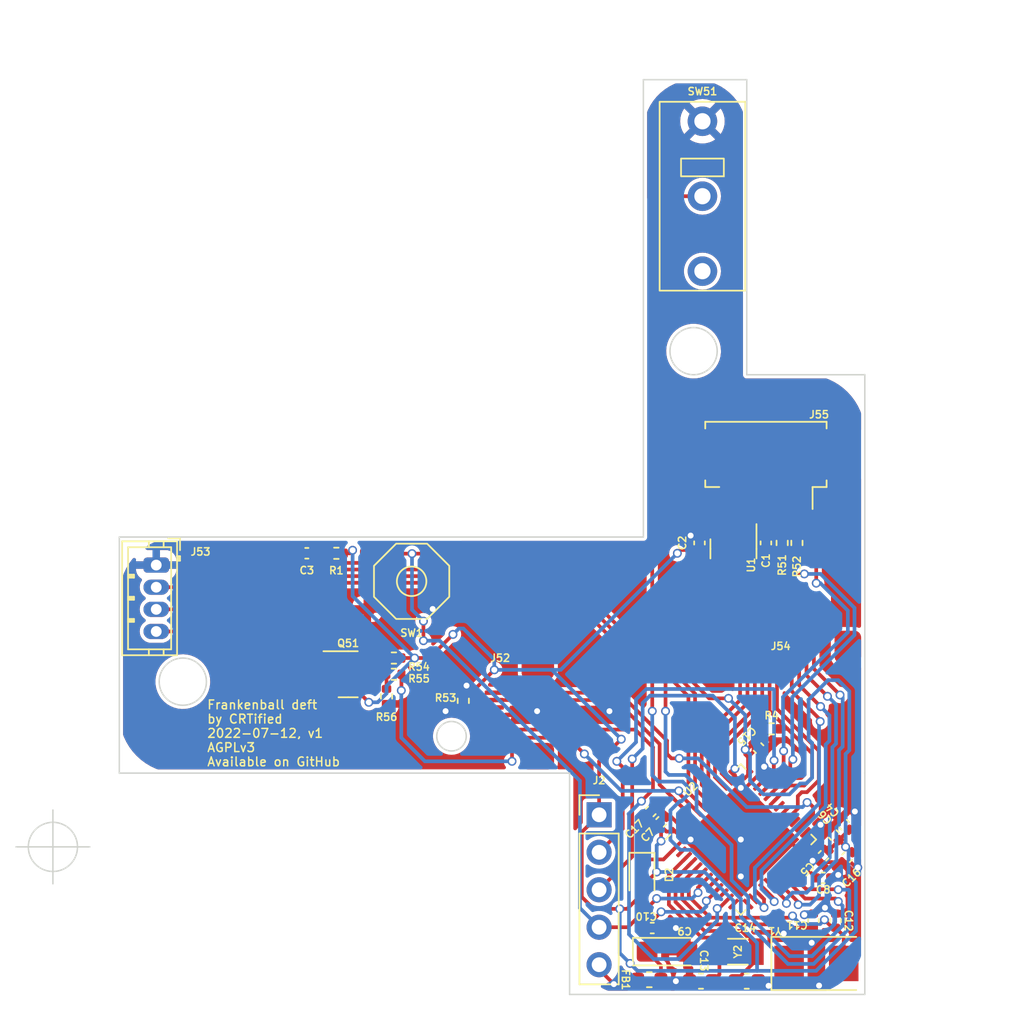
<source format=kicad_pcb>
(kicad_pcb (version 20211014) (generator pcbnew)
  (layers (0 "F.Cu" signal) (31 "B.Cu" signal) (34 "B.Paste" user) (35 "F.Paste" user) (36 "B.SilkS" user "B.Silkscreen") (37 "F.SilkS" user "F.Silkscreen") (38 "B.Mask" user) (39 "F.Mask" user) (44 "Edge.Cuts" user))
  (net 0 "")
  (net 1 "VCC")
  (net 2 "GND")
  (net 3 "+3V3")
  (net 4 "/STM32F411/~{RST}_{I}")
  (net 5 "Net-(C8-Pad1)")
  (net 6 "/STM32F411/VREF+")
  (net 7 "/STM32F411/XTAL_8M_1")
  (net 8 "/STM32F411/XTAL_8M_2")
  (net 9 "/STM32F411/XTAL_32K_1")
  (net 10 "/STM32F411/XTAL_32K_2")
  (net 11 "/STM32F411/VBAT_{I}")
  (net 12 "/STM32F411/PA13")
  (net 13 "/STM32F411/PA14")
  (net 14 "/STM32F411/PBu13")
  (net 15 "/STM32F411/PBu14")
  (net 16 "/STM32F411/PBu15")
  (net 17 "/STM32F411/PBu12")
  (net 18 "/STM32F411/PB0")
  (net 19 "/STM32F411/PB1")
  (net 20 "/STM32F411/PB2")
  (net 21 "/STM32F411/PB3")
  (net 22 "/STM32F411/PB4")
  (net 23 "/STM32F411/PA6")
  (net 24 "/STM32F411/PA7")
  (net 25 "/STM32F411/PB7")
  (net 26 "/STM32F411/PB8")
  (net 27 "/STM32F411/PA3")
  (net 28 "/STM32F411/PA4")
  (net 29 "/STM32F411/PA5")
  (net 30 "/STM32F411/PB6")
  (net 31 "/USB_DM")
  (net 32 "/USB_DP")
  (net 33 "/USB_SHIELD")
  (net 34 "/STM32F411/PA11")
  (net 35 "/STM32F411/PA12")
  (net 36 "/STM32F411/PC13")
  (net 37 "/STM32F411/PA0")
  (net 38 "/STM32F411/PA1")
  (net 39 "/STM32F411/PA2")
  (net 40 "/STM32F411/PB10")
  (net 41 "/STM32F411/PA8")
  (net 42 "/STM32F411/PA9")
  (net 43 "/STM32F411/PA10")
  (net 44 "/STM32F411/PA15")
  (net 45 "/STM32F411/PB5")
  (net 46 "/STM32F411/PB9")
  (net 48 "/~{CS}")
  (net 49 "Net-(Q51-Pad3)")
  (net 50 "/BOOT0")
  (footprint "Library:FFC Clamshell 0.5mm 12P" (layer "F.Cu") (at 199.3 136.9)
    (fp_text reference "J54")
    (fp_text value "Conn_01x12")
  )
  (footprint "Resistor_SMD:R_0402_1005Metric" (layer "F.Cu") (at 199.4 129.4 90)
    (fp_text reference "R51")
    (fp_text value "100Ω")
  )
  (footprint "Capacitor_SMD:C_0402_1005Metric" (layer "F.Cu") (at 191.2 148.3 45)
    (fp_text reference "C7")
    (fp_text value "100nF")
  )
  (footprint "Capacitor_SMD:C_0402_1005Metric" (layer "F.Cu") (at 202.18 152.1)
    (fp_text reference "C8")
    (fp_text value "4.7µF")
  )
  (footprint "Capacitor_SMD:C_0603_1608Metric" (layer "F.Cu") (at 197 159.1)
    (fp_text reference "C14")
    (fp_text value "10pF")
  )
  (footprint "Capacitor_SMD:C_0603_1608Metric" (layer "F.Cu") (at 193.9 159.1 180)
    (fp_text reference "C13")
    (fp_text value "10pF")
  )
  (footprint "Capacitor_SMD:C_0402_1005Metric" (layer "F.Cu") (at 197.8 143.3 -45)
    (fp_text reference "C15")
    (fp_text value "100nF")
  )
  (footprint "Capacitor_SMD:C_0402_1005Metric" (layer "F.Cu") (at 190.5 147.6 45)
    (fp_text reference "C17")
    (fp_text value "4.7uF")
  )
  (footprint "Resistor_SMD:R_0402_1005Metric" (layer "F.Cu") (at 172.6 139.8 90)
    (fp_text reference "R56")
    (fp_text value "10k")
  )
  (footprint "Resistor_SMD:R_0402_1005Metric" (layer "F.Cu") (at 173.1 137.2)
    (fp_text reference "R54")
    (fp_text value "10k")
  )
  (footprint "Crystal:Crystal_SMD_5032-2Pin_5.0x3.2mm" (layer "F.Cu") (at 201.72 157.9)
    (fp_text reference "Y1")
    (fp_text value "8MHz")
  )
  (footprint "Resistor_SMD:R_0402_1005Metric" (layer "F.Cu") (at 198.69 142 180)
    (fp_text reference "R4")
    (fp_text value "100k")
  )
  (footprint "Package_DFN_QFN:QFN-48-1EP_7x7mm_P0.5mm_EP5.6x5.6mm" (layer "F.Cu") (at 196.6 149.5 45)
    (fp_text reference "U2")
    (fp_text value "STM32F411CCUx")
  )
  (footprint "Diode_SMD:D_SOD-323" (layer "F.Cu") (at 189.9 151.9 -90)
    (fp_text reference "D2")
    (fp_text value "D_Schottky")
  )
  (footprint "Capacitor_SMD:C_0402_1005Metric" (layer "F.Cu") (at 202.9 149.2 135)
    (fp_text reference "C6")
    (fp_text value "100nF")
  )
  (footprint "hierarchical-blocks:TS-1187A-B-A-B" (layer "F.Cu") (at 174.3 132 180)
    (fp_text reference "SW1")
    (fp_text value "SW_Push")
  )
  (footprint "Inductor_SMD:L_0603_1608Metric" (layer "F.Cu") (at 190.4 159)
    (fp_text reference "FB1")
    (fp_text value "600Ω@100MHz")
  )
  (footprint "Library:FFC Clamshell 0.5mm 6P" (layer "F.Cu") (at 183.3 140.8 90)
    (fp_text reference "J52")
    (fp_text value "PWM3320")
  )
  (footprint "Connector_PinHeader_2.54mm:PinHeader_1x05_P2.54mm_Vertical" (layer "F.Cu") (at 187 147.825)
    (fp_text reference "J2")
    (fp_text value "Connector_Generic:Conn_01x05")
  )
  (footprint "Resistor_SMD:R_0402_1005Metric" (layer "F.Cu") (at 173.1 138.3 180)
    (fp_text reference "R55")
    (fp_text value "10k")
  )
  (footprint "Library:Mouse Microswitch SPDT" (layer "F.Cu") (at 194 105.9 -90)
    (fp_text reference "SW51")
    (fp_text value "SW_Push")
  )
  (footprint "Capacitor_SMD:C_0402_1005Metric" (layer "F.Cu") (at 167.2 130.1 180)
    (fp_text reference "C3")
    (fp_text value "100nF")
  )
  (footprint "Resistor_SMD:R_0402_1005Metric" (layer "F.Cu") (at 169.2 130.1 180)
    (fp_text reference "R1")
    (fp_text value "22kΩ")
  )
  (footprint "Capacitor_SMD:C_0402_1005Metric" (layer "F.Cu") (at 193.8 129.4 90)
    (fp_text reference "C2")
    (fp_text value "1µF")
  )
  (footprint "Capacitor_SMD:C_0402_1005Metric" (layer "F.Cu") (at 203.8 150.7 -135)
    (fp_text reference "C16")
    (fp_text value "100nF")
  )
  (footprint "Package_TO_SOT_SMD:SOT-23" (layer "F.Cu") (at 170 138.3)
    (fp_text reference "Q51")
    (fp_text value "AO3401A")
  )
  (footprint "Library:JST_ZH_B4B-ZR_1x04_P1.50mm_Vertical" (layer "F.Cu") (at 157 130.9 -90)
    (fp_text reference "J53")
    (fp_text value "Conn_01x04_Male")
  )
  (footprint "Resistor_SMD:R_0402_1005Metric" (layer "F.Cu") (at 177.8 140.1 -90)
    (fp_text reference "R53")
    (fp_text value "10k")
  )
  (footprint "Capacitor_SMD:C_0402_1005Metric" (layer "F.Cu") (at 201.52 155 90)
    (fp_text reference "C11")
    (fp_text value "22pF")
  )
  (footprint "Capacitor_SMD:C_0402_1005Metric" (layer "F.Cu") (at 202.2 150.6 -135)
    (fp_text reference "C5")
    (fp_text value "100nF")
  )
  (footprint "Package_TO_SOT_SMD:SOT-23" (layer "F.Cu") (at 196.1 129.8 -90)
    (fp_text reference "U1")
    (fp_text value "XC6206PxxxMR")
  )
  (footprint "Crystal:Crystal_SMD_3215-2Pin_3.2x1.5mm" (layer "F.Cu") (at 196.4 157.1 180)
    (fp_text reference "Y2")
    (fp_text value "32.768kHz")
  )
  (footprint "Resistor_SMD:R_0402_1005Metric" (layer "F.Cu") (at 200.4 129.4 90)
    (fp_text reference "R52")
    (fp_text value "100Ω")
  )
  (footprint "Capacitor_SMD:C_0402_1005Metric" (layer "F.Cu") (at 198.3 129.4 90)
    (fp_text reference "C1")
    (fp_text value "1µF")
  )
  (footprint "Connector_Molex:Molex_PicoBlade_53261-0571_1x05-1MP_P1.25mm_Horizontal" (layer "F.Cu") (at 198.3 123.9 180)
    (fp_text reference "J55")
    (fp_text value "Conn_01x05_Female")
  )
  (footprint "Capacitor_SMD:C_0402_1005Metric" (layer "F.Cu") (at 203.02 155 90)
    (fp_text reference "C12")
    (fp_text value "22pF")
  )
  (footprint "Capacitor_SMD:C_0402_1005Metric" (layer "F.Cu") (at 190.6 155.5)
    (fp_text reference "C10")
    (fp_text value "100nF")
  )
  (footprint "Capacitor_SMD:C_0402_1005Metric" (layer "F.Cu") (at 203.6 148.5 135)
    (fp_text reference "C4")
    (fp_text value "100nF")
  )
  (footprint "Capacitor_Tantalum_SMD:CP_EIA-3216-10_Kemet-I" (layer "F.Cu") (at 191.6 157.1)
    (fp_text reference "C9")
    (fp_text value "10µF")
  )
  (gr_line (start 190 98) (end 197 98) (layer "Edge.Cuts") (width 0.1))
  (gr_circle (center 193.4 116.4) (end 195 116.4) (layer "Edge.Cuts") (width 0.1) (fill none))
  (gr_line (start 205 160) (end 205 145) (layer "Edge.Cuts") (width 0.1))
  (gr_line (start 154.5 129) (end 190 129) (layer "Edge.Cuts") (width 0.1))
  (gr_line (start 190 129) (end 190 98) (layer "Edge.Cuts") (width 0.1))
  (gr_line (start 154.5 145) (end 154.5 129) (layer "Edge.Cuts") (width 0.1))
  (gr_line (start 205 118) (end 205 145) (layer "Edge.Cuts") (width 0.1))
  (gr_line (start 197 118) (end 205 118) (layer "Edge.Cuts") (width 0.1))
  (gr_circle (center 158.8 138.8) (end 160.4 138.8) (layer "Edge.Cuts") (width 0.1) (fill none))
  (gr_circle (center 177 142.5) (end 178 142.5) (layer "Edge.Cuts") (width 0.1) (fill none))
  (gr_line (start 185 160) (end 205 160) (layer "Edge.Cuts") (width 0.1))
  (gr_line (start 185 145) (end 154.5 145) (layer "Edge.Cuts") (width 0.1))
  (gr_line (start 185 145) (end 185 160) (layer "Edge.Cuts") (width 0.1))
  (gr_line (start 197 98) (end 197 118) (layer "Edge.Cuts") (width 0.1))
  (gr_text "Frankenball deft\nby CRTified\n2022-07-12, v1\nAGPLv3\nAvailable on GitHub" (at 160.4 142.3) (layer "F.SilkS") (effects (font (size 0.6 0.6) (thickness 0.1)) (justify left)))
  (target plus (at 150 150) (size 5) (width 0.1) (layer "Edge.Cuts"))
  (segment (start 197.4425 130.7375) (end 198.3 129.88) (width 0.25) (layer "F.Cu") (net 1))
  (segment (start 196.1 128) (end 196.1 130.7375) (width 0.25) (layer "F.Cu") (net 1))
  (segment (start 195.8 126.3) (end 195.8 127.7) (width 0.25) (layer "F.Cu") (net 1))
  (segment (start 195.8 127.7) (end 196.1 128) (width 0.25) (layer "F.Cu") (net 1))
  (segment (start 196.1 130.7375) (end 197.4425 130.7375) (width 0.25) (layer "F.Cu") (net 1))
  (segment (start 201.52 154.52) (end 201.9155 154.1245) (width 0.25) (layer "F.Cu") (net 2))
  (segment (start 177.8 139.59) (end 177.8 139.288232) (width 0.25) (layer "F.Cu") (net 2))
  (segment (start 198.139411 144.530011) (end 198.175675 144.566275) (width 0.25) (layer "F.Cu") (net 2))
  (segment (start 192.57833 148.660311) (end 193.418019 149.5) (width 0.25) (layer "F.Cu") (net 2))
  (segment (start 191.08 155.5) (end 192.2 155.5) (width 0.25) (layer "F.Cu") (net 2))
  (segment (start 204.039411 151.039411) (end 204.4 151.4) (width 0.25) (layer "F.Cu") (net 2))
  (segment (start 188 159.3) (end 187 158.3) (width 0.25) (layer "F.Cu") (net 2))
  (segment (start 202.760589 151.039411) (end 201.960589 151.039411) (width 0.25) (layer "F.Cu") (net 2))
  (segment (start 197.439689 145.47833) (end 196.918019 146) (width 0.25) (layer "F.Cu") (net 2))
  (segment (start 197.775 159.1) (end 198.167423 159.1) (width 0.25) (layer "F.Cu") (net 2))
  (segment (start 175.725 133.875) (end 177.3 133.875) (width 0.25) (layer "F.Cu") (net 2))
  (segment (start 200.98 154.52) (end 200.9 154.6) (width 0.25) (layer "F.Cu") (net 2))
  (segment (start 187 158.3) (end 187 157.985) (width 0.25) (layer "F.Cu") (net 2))
  (segment (start 201.52 154.52) (end 200.98 154.52) (width 0.25) (layer "F.Cu") (net 2))
  (segment (start 203.48 154.52) (end 203.825 154.175) (width 0.25) (layer "F.Cu") (net 2))
  (segment (start 177.8 139.288232) (end 178.020166 139.068066) (width 0.25) (layer "F.Cu") (net 2))
  (segment (start 196.918019 146) (end 196.6 146) (width 0.25) (layer "F.Cu") (net 2))
  (segment (start 198.167423 159.1) (end 198.48201 159.414587) (width 0.25) (layer "F.Cu") (net 2))
  (segment (start 203 152.1) (end 203.2 151.9) (width 0.25) (layer "F.Cu") (net 2))
  (segment (start 201.560589 151.039411) (end 201.460589 150.939411) (width 0.25) (layer "F.Cu") (net 2))
  (segment (start 203.2 151.3) (end 203.460589 151.039411) (width 0.25) (layer "F.Cu") (net 2))
  (segment (start 203.02 154.52) (end 203.48 154.52) (width 0.25) (layer "F.Cu") (net 2))
  (segment (start 203.02 154.52) (end 202.6245 154.1245) (width 0.25) (layer "F.Cu") (net 2))
  (segment (start 200.62167 150.32167) (end 200.2 149.9) (width 0.25) (layer "F.Cu") (net 2))
  (segment (start 204.4 151.4) (end 204.5245 151.4) (width 0.25) (layer "F.Cu") (net 2))
  (segment (start 191.539411 147.960589) (end 191.878608 147.960589) (width 0.25) (layer "F.Cu") (net 2))
  (segment (start 201.460589 150.939411) (end 201.221392 150.939411) (width 0.25) (layer "F.Cu") (net 2))
  (segment (start 202.66 152.1) (end 203 152.1) (width 0.25) (layer "F.Cu") (net 2))
  (segment (start 203.460589 151.039411) (end 204.039411 151.039411) (width 0.25) (layer "F.Cu") (net 2))
  (segment (start 196.6 149.5) (end 193.2 149.5) (width 0.25) (layer "F.Cu") (net 2))
  (segment (start 196.6 150.560661) (end 196.6 149.5) (width 0.25) (layer "F.Cu") (net 2))
  (segment (start 202.6245 154.1245) (end 202.3 154.1245) (width 0.25) (layer "F.Cu") (net 2))
  (segment (start 197.1075 128.92) (end 197.05 128.8625) (width 0.25) (layer "F.Cu") (net 2))
  (segment (start 203.460589 151.039411) (end 202.760589 151.039411) (width 0.25) (layer "F.Cu") (net 2))
  (segment (start 201.221392 150.939411) (end 200.62167 150.339689) (width 0.25) (layer "F.Cu") (net 2))
  (segment (start 196.6 149.5) (end 196.6 152) (width 0.25) (layer "F.Cu") (net 2))
  (segment (start 201.960589 151.039411) (end 201.860589 150.939411) (width 0.25) (layer "F.Cu") (net 2))
  (segment (start 198.3 128.92) (end 197.1075 128.92) (width 0.25) (layer "F.Cu") (net 2))
  (segment (start 194.699651 152.46101) (end 196.6 150.560661) (width 0.25) (layer "F.Cu") (net 2))
  (segment (start 171.3 133.875) (end 175.725 133.875) (width 0.25) (layer "F.Cu") (net 2))
  (segment (start 193.418019 149.5) (end 196.6 149.5) (width 0.25) (layer "F.Cu") (net 2))
  (segment (start 203.825 151.403822) (end 203.460589 151.039411) (width 0.25) (layer "F.Cu") (net 2))
  (segment (start 203.825 154.175) (end 203.825 151.403822) (width 0.25) (layer "F.Cu") (net 2))
  (segment (start 197.439689 145.47833) (end 198.175675 144.742344) (width 0.25) (layer "F.Cu") (net 2))
  (segment (start 198.139411 143.639411) (end 198.139411 144.530011) (width 0.25) (layer "F.Cu") (net 2))
  (segment (start 197.05 128.8625) (end 197.05 126.3) (width 0.25) (layer "F.Cu") (net 2))
  (segment (start 198.175675 144.742344) (end 198.175675 144.566275) (width 0.25) (layer "F.Cu") (net 2))
  (segment (start 202.760589 151.039411) (end 201.560589 151.039411) (width 0.25) (layer "F.Cu") (net 2))
  (segment (start 203.2 151.9) (end 203.2 151.3) (width 0.25) (layer "F.Cu") (net 2))
  (segment (start 201.9155 154.1245) (end 202.3 154.1245) (width 0.25) (layer "F.Cu") (net 2))
  (segment (start 191.878608 147.960589) (end 192.57833 148.660311) (width 0.25) (layer "F.Cu") (net 2))
  (segment (start 200.62167 150.339689) (end 200.62167 150.32167) (width 0.25) (layer "F.Cu") (net 2))
  (segment (start 201.860589 150.939411) (end 201.460589 150.939411) (width 0.25) (layer "F.Cu") (net 2))
  (via (at 192.2 159.1) (size 0.6) (drill 0.4) (layers "F.Cu" "B.Cu") (net 2))
  (via (at 198.48201 159.414587) (size 0.6) (drill 0.4) (layers "F.Cu" "B.Cu") (net 2))
  (via (at 178.020166 139.068066) (size 0.6) (drill 0.4) (layers "F.Cu" "B.Cu") (net 2))
  (via (at 193.2 128.9) (size 0.6) (drill 0.4) (layers "F.Cu" "B.Cu") (net 2))
  (via (at 182.8 140.8) (size 0.6) (drill 0.4) (layers "F.Cu" "B.Cu") (net 2))
  (via (at 201.9 159.4) (size 0.6) (drill 0.4) (layers "F.Cu" "B.Cu") (net 2))
  (via (at 188 159.3) (size 0.6) (drill 0.4) (layers "F.Cu" "B.Cu") (net 2))
  (via (at 202 148.5) (size 0.6) (drill 0.4) (layers "F.Cu" "B.Cu") (net 2))
  (via (at 199.508411 155.87402) (size 0.6) (drill 0.4) (layers "F.Cu" "B.Cu") (net 2))
  (via (at 175.725 133.875) (size 0.6) (drill 0.4) (layers "F.Cu" "B.Cu") (net 2))
  (via (at 196.6 149.5) (size 0.6) (drill 0.4) (layers "F.Cu" "B.Cu") (net 2))
  (via (at 201.4 156.5) (size 0.6) (drill 0.4) (layers "F.Cu" "B.Cu") (net 2))
  (via (at 192.2 155.5) (size 0.6) (drill 0.4) (layers "F.Cu" "B.Cu") (net 2))
  (via (at 176.6 140.8) (size 0.6) (drill 0.4) (layers "F.Cu" "B.Cu") (net 2))
  (via (at 201.460589 150.939411) (size 0.6) (drill 0.4) (layers "F.Cu" "B.Cu") (net 2))
  (via (at 187.7 140.8) (size 0.6) (drill 0.4) (layers "F.Cu" "B.Cu") (net 2))
  (via (at 196.6 146) (size 0.6) (drill 0.4) (layers "F.Cu" "B.Cu") (net 2))
  (via (at 204.5245 151.4) (size 0.6) (drill 0.4) (layers "F.Cu" "B.Cu") (net 2))
  (via (at 202.3 154.1245) (size 0.6) (drill 0.4) (layers "F.Cu" "B.Cu") (net 2))
  (via (at 204.3245 147.6) (size 0.6) (drill 0.4) (layers "F.Cu" "B.Cu") (net 2))
  (via (at 196.6 152) (size 0.6) (drill 0.4) (layers "F.Cu" "B.Cu") (net 2))
  (via (at 193.2 149.5) (size 0.6) (drill 0.4) (layers "F.Cu" "B.Cu") (net 2))
  (via (at 200.9 154.6) (size 0.6) (drill 0.4) (layers "F.Cu" "B.Cu") (net 2))
  (via (at 203.2 151.9) (size 0.6) (drill 0.4) (layers "F.Cu" "B.Cu") (net 2))
  (via (at 198.175675 144.566275) (size 0.6) (drill 0.4) (layers "F.Cu" "B.Cu") (net 2))
  (segment (start 202.945406 155.245406) (end 202.316792 155.87402) (width 0.25) (layer "B.Cu") (net 2))
  (segment (start 202.3 154.1245) (end 202.4245 154.1245) (width 0.25) (layer "B.Cu") (net 2))
  (segment (start 202.4245 154.1245) (end 202.945406 154.645406) (width 0.25) (layer "B.Cu") (net 2))
  (segment (start 202.945406 154.645406) (end 202.945406 155.245406) (width 0.25) (layer "B.Cu") (net 2))
  (segment (start 202.316792 155.87402) (end 199.508411 155.87402) (width 0.25) (layer "B.Cu") (net 2))
  (segment (start 196.9 143.4) (end 196.9 143.727728) (width 0.25) (layer "F.Cu") (net 3))
  (segment (start 178.75 140.55) (end 178.6 140.4) (width 0.25) (layer "F.Cu") (net 3))
  (segment (start 196.9 143.4) (end 197.021178 143.4) (width 0.25) (layer "F.Cu") (net 3))
  (segment (start 187 144.2) (end 188.5 142.7) (width 0.25) (layer "F.Cu") (net 3))
  (segment (start 169.0625 139.25) (end 170.45 139.25) (width 0.25) (layer "F.Cu") (net 3))
  (segment (start 191.2 149.6) (end 191.2 148.978822) (width 0.25) (layer "F.Cu") (net 3))
  (segment (start 169.71 130.1) (end 170.095633 130.1) (width 0.25) (layer "F.Cu") (net 3))
  (segment (start 189.6125 159) (end 189.6125 158.4125) (width 0.25) (layer "F.Cu") (net 3))
  (segment (start 179.9 140.55) (end 178.75 140.55) (width 0.25) (layer "F.Cu") (net 3))
  (segment (start 195.6 132.3) (end 199.2 132.3) (width 0.25) (layer "F.Cu") (net 3))
  (segment (start 198.18 142) (end 198.18 142.241178) (width 0.25) (layer "F.Cu") (net 3))
  (segment (start 194.455311 139.933171) (end 192.3 137.77786) (width 0.25) (layer "F.Cu") (net 3))
  (segment (start 173.61 137.2) (end 174.5 137.2) (width 0.25) (layer "F.Cu") (net 3))
  (segment (start 202.539411 150.260589) (end 202.539411 150.239411) (width 0.25) (layer "F.Cu") (net 3))
  (segment (start 197.086136 143.913864) (end 197.460589 143.539411) (width 0.25) (layer "F.Cu") (net 3))
  (segment (start 203.939411 148.839411) (end 203.239411 149.539411) (width 0.25) (layer "F.Cu") (net 3))
  (segment (start 203.239411 149.560589) (end 202.539411 150.260589) (width 0.25) (layer "F.Cu") (net 3))
  (segment (start 199.55 133.5) (end 199.55 132.784994) (width 0.25) (layer "F.Cu") (net 3))
  (segment (start 193.8 129.88) (end 194.92 129.88) (width 0.25) (layer "F.Cu") (net 3))
  (segment (start 174.5 137.2) (end 175.5 137.2) (width 0.25) (layer "F.Cu") (net 3))
  (segment (start 194.92 129.88) (end 195.15 129.65) (width 0.25) (layer "F.Cu") (net 3))
  (segment (start 191.558849 148.958849) (end 192.241152 148.958849) (width 0.25) (layer "F.Cu") (net 3))
  (segment (start 199.2 132.3) (end 199.55 132.65) (width 0.25) (layer "F.Cu") (net 3))
  (segment (start 195.15 131.85) (end 195.6 132.3) (width 0.25) (layer "F.Cu") (net 3))
  (segment (start 195.15 129.65) (end 195.15 128.8625) (width 0.25) (layer "F.Cu") (net 3))
  (segment (start 175.5 137.2) (end 177.1 135.6) (width 0.25) (layer "F.Cu") (net 3))
  (segment (start 178.6 140.4) (end 178.6 139.3) (width 0.25) (layer "F.Cu") (net 3))
  (segment (start 199.55 132.65) (end 199.55 133.5) (width 0.25) (layer "F.Cu") (net 3))
  (segment (start 202.539411 150.239411) (end 202.286136 149.986136) (width 0.25) (layer "F.Cu") (net 3))
  (segment (start 170.45 139.25) (end 171.4 140.2) (width 0.25) (layer "F.Cu") (net 3))
  (segment (start 170.095633 130.1) (end 170.301895 129.893738) (width 0.25) (layer "F.Cu") (net 3))
  (segment (start 189.9 152.95) (end 189.9 153.2) (width 0.25) (layer "F.Cu") (net 3))
  (segment (start 189.9 152.7) (end 190.9 151.7) (width 0.25) (layer "F.Cu") (net 3))
  (segment (start 189.9 153.2) (end 188.9 154.2) (width 0.25) (layer "F.Cu") (net 3))
  (segment (start 197.460589 142.960589) (end 197.460589 143.539411) (width 0.25) (layer "F.Cu") (net 3))
  (segment (start 185.825489 153.391499) (end 185.825489 148.999511) (width 0.25) (layer "F.Cu") (net 3))
  (segment (start 188.4 154.2) (end 186.63399 154.2) (width 0.25) (layer "F.Cu") (net 3))
  (segment (start 204.060589 150.360589) (end 203.7 150) (width 0.25) (layer "F.Cu") (net 3))
  (segment (start 187 147.825) (end 187 144.2) (width 0.25) (layer "F.Cu") (net 3))
  (segment (start 190.160589 147.939411) (end 190.860589 148.639411) (width 0.25) (layer "F.Cu") (net 3))
  (segment (start 198.18 142.241178) (end 197.460589 142.960589) (width 0.25) (layer "F.Cu") (net 3))
  (segment (start 189.9 152.95) (end 189.9 152.7) (width 0.25) (layer "F.Cu") (net 3))
  (segment (start 197.086136 145.124777) (end 197.086136 143.913864) (width 0.25) (layer "F.Cu") (net 3))
  (segment (start 192.3 137.77786) (end 192.3 131.38) (width 0.25) (layer "F.Cu") (net 3))
  (segment (start 191.239411 148.639411) (end 191.558849 148.958849) (width 0.25) (layer "F.Cu") (net 3))
  (segment (start 192.3 131.38) (end 193.8 129.88) (width 0.25) (layer "F.Cu") (net 3))
  (segment (start 192.52 129.88) (end 192.3 130.1) (width 0.25) (layer "F.Cu") (net 3))
  (segment (start 203.7 150) (end 203.239411 149.539411) (width 0.25) (layer "F.Cu") (net 3))
  (segment (start 190.860589 148.639411) (end 191.239411 148.639411) (width 0.25) (layer "F.Cu") (net 3))
  (segment (start 186.63399 154.2) (end 185.825489 153.391499) (width 0.25) (layer "F.Cu") (net 3))
  (segment (start 195.15 128.8625) (end 195.15 131.85) (width 0.25) (layer "F.Cu") (net 3))
  (segment (start 193.8 129.88) (end 192.52 129.88) (width 0.25) (layer "F.Cu") (net 3))
  (segment (start 191.2 148.978822) (end 190.860589 148.639411) (width 0.25) (layer "F.Cu") (net 3))
  (segment (start 204.139411 150.360589) (end 204.060589 150.360589) (width 0.25) (layer "F.Cu") (net 3))
  (segment (start 196.9 143.727728) (end 197.086136 143.913864) (width 0.25) (layer "F.Cu") (net 3))
  (segment (start 200.975223 149.986136) (end 202.286136 149.986136) (width 0.25) (layer "F.Cu") (net 3))
  (segment (start 195.766829 139.933171) (end 194.455311 139.933171) (width 0.25) (layer "F.Cu") (net 3))
  (segment (start 178.6 139.3) (end 179.9 138) (width 0.25) (layer "F.Cu") (net 3))
  (segment (start 185.825489 148.999511) (end 187 147.825) (width 0.25) (layer "F.Cu") (net 3))
  (segment (start 189.6125 158.4125) (end 189.1 157.9) (width 0.25) (layer "F.Cu") (net 3))
  (segment (start 197.021178 143.4) (end 197.460589 142.960589) (width 0.25) (layer "F.Cu") (net 3))
  (segment (start 203.239411 149.539411) (end 203.239411 149.560589) (width 0.25) (layer "F.Cu") (net 3))
  (segment (start 188.9 154.2) (end 188.4 154.2) (width 0.25) (layer "F.Cu") (net 3))
  (via (at 174.5 137.2) (size 0.6) (drill 0.4) (layers "F.Cu" "B.Cu") (net 3))
  (via (at 171.4 140.2) (size 0.6) (drill 0.4) (layers "F.Cu" "B.Cu") (net 3))
  (via (at 188.4 154.2) (size 0.6) (drill 0.4) (layers "F.Cu" "B.Cu") (net 3))
  (via (at 195.766829 139.933171) (size 0.6) (drill 0.4) (layers "F.Cu" "B.Cu") (net 3))
  (via (at 190.9 151.7) (size 0.6) (drill 0.4) (layers "F.Cu" "B.Cu") (net 3))
  (via (at 188.5 142.7) (size 0.6) (drill 0.4) (layers "F.Cu" "B.Cu") (net 3))
  (via (at 170.301895 129.893738) (size 0.6) (drill 0.4) (layers "F.Cu" "B.Cu") (net 3))
  (via (at 179.9 138) (size 0.6) (drill 0.4) (layers "F.Cu" "B.Cu") (net 3))
  (via (at 192.3 130.1) (size 0.6) (drill 0.4) (layers "F.Cu" "B.Cu") (net 3))
  (via (at 203.7 150) (size 0.6) (drill 0.4) (layers "F.Cu" "B.Cu") (net 3))
  (via (at 196.9 143.4) (size 0.6) (drill 0.4) (layers "F.Cu" "B.Cu") (net 3))
  (via (at 177.1 135.6) (size 0.6) (drill 0.4) (layers "F.Cu" "B.Cu") (net 3))
  (via (at 189.1 157.9) (size 0.6) (drill 0.4) (layers "F.Cu" "B.Cu") (net 3))
  (via (at 191.2 149.6) (size 0.6) (drill 0.4) (layers "F.Cu" "B.Cu") (net 3))
  (segment (start 188.4 157.2) (end 188.4 154.2) (width 0.25) (layer "B.Cu") (net 3))
  (segment (start 197.225 143.725) (end 196.9 143.4) (width 0.25) (layer "B.Cu") (net 3))
  (segment (start 177.5 135.2) (end 177.8 135.2) (width 0.25) (layer "B.Cu") (net 3))
  (segment (start 172 140.2) (end 172.6 139.6) (width 0.25) (layer "B.Cu") (net 3))
  (segment (start 188.5 142.7) (end 183.8 138) (width 0.25) (layer "B.Cu") (net 3))
  (segment (start 201.430263 145.304476) (end 201.034739 145.7) (width 0.25) (layer "B.Cu") (net 3))
  (segment (start 201.192756 142.723449) (end 201.430263 142.960956) (width 0.25) (layer "B.Cu") (net 3))
  (segment (start 203.7 150) (end 203.7 143.7) (width 0.25) (layer "B.Cu") (net 3))
  (segment (start 201.430263 142.960956) (end 201.430263 145.304476) (width 0.25) (layer "B.Cu") (net 3))
  (segment (start 197.225 145.525) (end 197.225 143.725) (width 0.25) (layer "B.Cu") (net 3))
  (segment (start 170.301895 133.001895) (end 174.5 137.2) (width 0.25) (layer "B.Cu") (net 3))
  (segment (start 201.7 158.4) (end 204.4 155.7) (width 0.25) (layer "B.Cu") (net 3))
  (segment (start 183.8 138) (end 179.9 138) (width 0.25) (layer "B.Cu") (net 3))
  (segment (start 203.7 143.7) (end 203.95 143.45) (width 0.25) (layer "B.Cu") (net 3))
  (segment (start 194.143324 151.7) (end 190.9 151.7) (width 0.25) (layer "B.Cu") (net 3))
  (segment (start 177.1 135.6) (end 177.5 135.2) (width 0.25) (layer "B.Cu") (net 3))
  (segment (start 199.888271 146.440213) (end 200.628484 145.7) (width 0.25) (layer "B.Cu") (net 3))
  (segment (start 201.192756 140.037662) (end 201.192756 142.723449) (width 0.25) (layer "B.Cu") (net 3))
  (segment (start 171.4 140.2) (end 172 140.2) (width 0.25) (layer "B.Cu") (net 3))
  (segment (start 204.4 152.4) (end 203.9 151.9) (width 0.25) (layer "B.Cu") (net 3))
  (segment (start 189.6 158.4) (end 189.1 157.9) (width 0.25) (layer "B.Cu") (net 3))
  (segment (start 197.7 158.4) (end 201.7 158.4) (width 0.25) (layer "B.Cu") (net 3))
  (segment (start 190.9 149.9) (end 191.2 149.6) (width 0.25) (layer "B.Cu") (net 3))
  (segment (start 201.182141 140.027047) (end 201.192756 140.037662) (width 0.25) (layer "B.Cu") (net 3))
  (segment (start 179.9 137.3) (end 179.9 138) (width 0.25) (layer "B.Cu") (net 3))
  (segment (start 199.888271 146.440213) (end 198.140213 146.440213) (width 0.25) (layer "B.Cu") (net 3))
  (segment (start 197.7 158.4) (end 189.6 158.4) (width 0.25) (layer "B.Cu") (net 3))
  (segment (start 203.9 151.9) (end 203.9 150.2) (width 0.25) (layer "B.Cu") (net 3))
  (segment (start 184.4 138) (end 183.8 138) (width 0.25) (layer "B.Cu") (net 3))
  (segment (start 196.1 153.656676) (end 194.143324 151.7) (width 0.25) (layer "B.Cu") (net 3))
  (segment (start 170.301895 129.893738) (end 170.301895 133.001895) (width 0.25) (layer "B.Cu") (net 3))
  (segment (start 201.034739 145.7) (end 200.628484 145.7) (width 0.25) (layer "B.Cu") (net 3))
  (segment (start 192.3 130.1) (end 184.4 138) (width 0.25) (layer "B.Cu") (net 3))
  (segment (start 203.95 139.45) (end 203.2 138.7) (width 0.25) (layer "B.Cu") (net 3))
  (segment (start 203.2 138.7) (end 202.509188 138.7) (width 0.25) (layer "B.Cu") (net 3))
  (segment (start 177.8 135.2) (end 179.9 137.3) (width 0.25) (layer "B.Cu") (net 3))
  (segment (start 197.7 158.4) (end 197.7 156.5) (width 0.25) (layer "B.Cu") (net 3))
  (segment (start 197.7 156.5) (end 196.1 154.9) (width 0.25) (layer "B.Cu") (net 3))
  (segment (start 204.4 155.7) (end 204.4 152.4) (width 0.25) (layer "B.Cu") (net 3))
  (segment (start 189.1 157.9) (end 188.4 157.2) (width 0.25) (layer "B.Cu") (net 3))
  (segment (start 203.95 143.45) (end 203.95 139.45) (width 0.25) (layer "B.Cu") (net 3))
  (segment (start 190.9 151.7) (end 190.9 149.9) (width 0.25) (layer "B.Cu") (net 3))
  (segment (start 203.9 150.2) (end 203.7 150) (width 0.25) (layer "B.Cu") (net 3))
  (segment (start 196.9 143.4) (end 196.9 141.066342) (width 0.25) (layer "B.Cu") (net 3))
  (segment (start 172.6 139.1) (end 174.5 137.2) (width 0.25) (layer "B.Cu") (net 3))
  (segment (start 196.9 141.066342) (end 195.766829 139.933171) (width 0.25) (layer "B.Cu") (net 3))
  (segment (start 202.509188 138.7) (end 201.182141 140.027047) (width 0.25) (layer "B.Cu") (net 3))
  (segment (start 172.6 139.6) (end 172.6 139.1) (width 0.25) (layer "B.Cu") (net 3))
  (segment (start 198.140213 146.440213) (end 197.225 145.525) (width 0.25) (layer "B.Cu") (net 3))
  (segment (start 196.1 154.9) (end 196.1 153.656676) (width 0.25) (layer "B.Cu") (net 3))
  (segment (start 188.955 155.445) (end 190.9 153.5) (width 0.25) (layer "F.Cu") (net 4))
  (segment (start 193.7 152.753553) (end 193.7 153.1) (width 0.25) (layer "F.Cu") (net 4))
  (segment (start 168.69 130.1) (end 168.69 130.39) (width 0.25) (layer "F.Cu") (net 4))
  (segment (start 168.69 130.39) (end 169.05144 130.75144) (width 0.25) (layer "F.Cu") (net 4))
  (segment (start 167.68 130.1) (end 168.69 130.1) (width 0.25) (layer "F.Cu") (net 4))
  (segment (start 187 155.445) (end 188.955 155.445) (width 0.25) (layer "F.Cu") (net 4))
  (segment (start 194.346097 152.107456) (end 193.7 152.753553) (width 0.25) (layer "F.Cu") (net 4))
  (segment (start 171.3 130.125) (end 177.3 130.125) (width 0.25) (layer "F.Cu") (net 4))
  (segment (start 175.1 134.7) (end 175.1 136.024989) (width 0.25) (layer "F.Cu") (net 4))
  (segment (start 169.05144 130.75144) (end 170.94856 130.75144) (width 0.25) (layer "F.Cu") (net 4))
  (segment (start 170.94856 130.75144) (end 171.3 130.4) (width 0.25) (layer "F.Cu") (net 4))
  (segment (start 171.3 130.4) (end 171.3 130.125) (width 0.25) (layer "F.Cu") (net 4))
  (via (at 190.9 153.5) (size 0.6) (drill 0.4) (layers "F.Cu" "B.Cu") (net 4))
  (via (at 175.1 134.7) (size 0.6) (drill 0.4) (layers "F.Cu" "B.Cu") (net 4))
  (via (at 193.7 153.1) (size 0.6) (drill 0.4) (layers "F.Cu" "B.Cu") (net 4))
  (via (at 174.325 130.125) (size 0.6) (drill 0.4) (layers "F.Cu" "B.Cu") (net 4))
  (via (at 175.1 136.024989) (size 0.6) (drill 0.4) (layers "F.Cu" "B.Cu") (net 4))
  (segment (start 174.325 133.925) (end 175.1 134.7) (width 0.25) (layer "B.Cu") (net 4))
  (segment (start 175.1 136.024989) (end 176.201793 136.024989) (width 0.25) (layer "B.Cu") (net 4))
  (segment (start 174.325 130.125) (end 174.325 133.925) (width 0.25) (layer "B.Cu") (net 4))
  (segment (start 193.7 153.1) (end 193.3 153.5) (width 0.25) (layer "B.Cu") (net 4))
  (segment (start 185.7 145.523196) (end 185.7 154.145) (width 0.25) (layer "B.Cu") (net 4))
  (segment (start 176.201793 136.024989) (end 185.7 145.523196) (width 0.25) (layer "B.Cu") (net 4))
  (segment (start 193.3 153.5) (end 190.9 153.5) (width 0.25) (layer "B.Cu") (net 4))
  (segment (start 185.7 154.145) (end 187 155.445) (width 0.25) (layer "B.Cu") (net 4))
  (segment (start 200.293243 150.693243) (end 201.7 152.1) (width 0.25) (layer "F.Cu") (net 5))
  (segment (start 200.268116 150.693243) (end 200.293243 150.693243) (width 0.25) (layer "F.Cu") (net 5))
  (segment (start 191.21307 154.4) (end 191.2 154.4) (width 0.25) (layer "F.Cu") (net 6))
  (segment (start 190.25 155.63) (end 190.12 155.5) (width 0.25) (layer "F.Cu") (net 6))
  (segment (start 195.053204 152.877463) (end 194.265326 153.665341) (width 0.25) (layer "F.Cu") (net 6))
  (segment (start 190.12 155.49307) (end 191.21307 154.4) (width 0.25) (layer "F.Cu") (net 6))
  (segment (start 191.1875 158.0375) (end 190.25 157.1) (width 0.25) (layer "F.Cu") (net 6))
  (segment (start 191.1875 159) (end 191.1875 158.0375) (width 0.25) (layer "F.Cu") (net 6))
  (segment (start 190.25 157.1) (end 190.25 155.63) (width 0.25) (layer "F.Cu") (net 6))
  (segment (start 195.053204 152.814563) (end 195.053204 152.877463) (width 0.25) (layer "F.Cu") (net 6))
  (via (at 191.2 154.4) (size 0.6) (drill 0.4) (layers "F.Cu" "B.Cu") (net 6))
  (via (at 194.265326 153.665341) (size 0.6) (drill 0.4) (layers "F.Cu" "B.Cu") (net 6))
  (segment (start 191.2 154.4) (end 193.9 154.4) (width 0.25) (layer "B.Cu") (net 6))
  (segment (start 194.265326 153.665341) (end 194.265326 154.034674) (width 0.25) (layer "B.Cu") (net 6))
  (segment (start 194.265326 154.034674) (end 193.9 154.4) (width 0.25) (layer "B.Cu") (net 6))
  (segment (start 194.33061 155.24952) (end 192.625969 153.544879) (width 0.25) (layer "F.Cu") (net 7))
  (segment (start 192.625969 152.41337) (end 193.63899 151.400349) (width 0.25) (layer "F.Cu") (net 7))
  (segment (start 200.08 155.48) (end 199.84952 155.24952) (width 0.25) (layer "F.Cu") (net 7))
  (segment (start 201.52 155.48) (end 199.87 157.13) (width 0.25) (layer "F.Cu") (net 7))
  (segment (start 199.84952 155.24952) (end 194.33061 155.24952) (width 0.25) (layer "F.Cu") (net 7))
  (segment (start 199.87 157.13) (end 199.87 157.9) (width 0.25) (layer "F.Cu") (net 7))
  (segment (start 201.52 155.48) (end 200.08 155.48) (width 0.25) (layer "F.Cu") (net 7))
  (segment (start 192.625969 153.544879) (end 192.625969 152.41337) (width 0.25) (layer "F.Cu") (net 7))
  (segment (start 200.104453 154.679423) (end 199.983876 154.8) (width 0.25) (layer "F.Cu") (net 8))
  (segment (start 203.02 155.48) (end 202.80523 155.48) (width 0.25) (layer "F.Cu") (net 8))
  (segment (start 203.57 156.03) (end 203.02 155.48) (width 0.25) (layer "F.Cu") (net 8))
  (segment (start 202.80523 155.48) (end 202.265038 154.939808) (width 0.25) (layer "F.Cu") (net 8))
  (segment (start 193.075489 153.358682) (end 193.075489 152.670958) (width 0.25) (layer "F.Cu") (net 8))
  (segment (start 199.983876 154.8) (end 194.516807 154.8) (width 0.25) (layer "F.Cu") (net 8))
  (segment (start 203.57 157.9) (end 203.57 156.03) (width 0.25) (layer "F.Cu") (net 8))
  (segment (start 194.516807 154.8) (end 193.075489 153.358682) (width 0.25) (layer "F.Cu") (net 8))
  (segment (start 193.075489 152.670958) (end 193.992544 151.753903) (width 0.25) (layer "F.Cu") (net 8))
  (via (at 200.104453 154.679423) (size 0.6) (drill 0.4) (layers "F.Cu" "B.Cu") (net 8))
  (via (at 202.265038 154.939808) (size 0.6) (drill 0.4) (layers "F.Cu" "B.Cu") (net 8))
  (segment (start 202.265038 154.939808) (end 201.979846 155.225) (width 0.25) (layer "B.Cu") (net 8))
  (segment (start 200.625 155.225) (end 200.104453 154.704453) (width 0.25) (layer "B.Cu") (net 8))
  (segment (start 200.104453 154.704453) (end 200.104453 154.679423) (width 0.25) (layer "B.Cu") (net 8))
  (segment (start 201.979846 155.225) (end 200.625 155.225) (width 0.25) (layer "B.Cu") (net 8))
  (segment (start 193.958215 156.14856) (end 191.726929 153.917273) (width 0.25) (layer "F.Cu") (net 9))
  (segment (start 195.15 157.1) (end 195.15 156.45) (width 0.25) (layer "F.Cu") (net 9))
  (segment (start 194.84856 156.14856) (end 193.958215 156.14856) (width 0.25) (layer "F.Cu") (net 9))
  (segment (start 195.15 156.45) (end 194.84856 156.14856) (width 0.25) (layer "F.Cu") (net 9))
  (segment (start 194.675 159.1) (end 194.7 159.1) (width 0.25) (layer "F.Cu") (net 9))
  (segment (start 195.15 158.65) (end 195.15 157.1) (width 0.25) (layer "F.Cu") (net 9))
  (segment (start 191.726929 151.898198) (end 192.931884 150.693243) (width 0.25) (layer "F.Cu") (net 9))
  (segment (start 194.7 159.1) (end 195.15 158.65) (width 0.25) (layer "F.Cu") (net 9))
  (segment (start 191.726929 153.917273) (end 191.726929 151.898198) (width 0.25) (layer "F.Cu") (net 9))
  (segment (start 197.65 157.1) (end 197.65 156.7) (width 0.25) (layer "F.Cu") (net 10))
  (segment (start 196.64904 155.69904) (end 194.144413 155.69904) (width 0.25) (layer "F.Cu") (net 10))
  (segment (start 192.176449 153.731076) (end 192.176449 152.155784) (width 0.25) (layer "F.Cu") (net 10))
  (segment (start 197.65 156.7) (end 196.64904 155.69904) (width 0.25) (layer "F.Cu") (net 10))
  (segment (start 197.65 157.675) (end 197.65 157.1) (width 0.25) (layer "F.Cu") (net 10))
  (segment (start 196.225 159.1) (end 197.65 157.675) (width 0.25) (layer "F.Cu") (net 10))
  (segment (start 192.176449 152.155784) (end 193.285437 151.046796) (width 0.25) (layer "F.Cu") (net 10))
  (segment (start 194.144413 155.69904) (end 192.176449 153.731076) (width 0.25) (layer "F.Cu") (net 10))
  (segment (start 189.9 150.85) (end 191.360913 150.85) (width 0.25) (layer "F.Cu") (net 11))
  (segment (start 191.360913 150.85) (end 192.224777 149.986136) (width 0.25) (layer "F.Cu") (net 11))
  (segment (start 198.833411 144.156125) (end 198.833411 144.5661) (width 0.25) (layer "F.Cu") (net 12))
  (segment (start 188.6 144.6) (end 188.2 144.2) (width 0.25) (layer "F.Cu") (net 12))
  (segment (start 198.851081 144.138455) (end 198.833411 144.156125) (width 0.25) (layer "F.Cu") (net 12))
  (segment (start 197.793243 145.831884) (end 198.8339 144.791227) (width 0.25) (layer "F.Cu") (net 12))
  (segment (start 198.8339 144.791227) (end 198.8339 144.399729) (width 0.25) (layer "F.Cu") (net 12))
  (segment (start 187 150.365) (end 188.6 148.765) (width 0.25) (layer "F.Cu") (net 12))
  (segment (start 188.6 148.765) (end 188.6 144.6) (width 0.25) (layer "F.Cu") (net 12))
  (via (at 198.851081 144.138455) (size 0.6) (drill 0.4) (layers "F.Cu" "B.Cu") (net 12))
  (via (at 188.2 144.2) (size 0.6) (drill 0.4) (layers "F.Cu" "B.Cu") (net 12))
  (segment (start 189.5 140) (end 190.2 139.3) (width 0.25) (layer "B.Cu") (net 12))
  (segment (start 188.2 144.2) (end 189.5 142.9) (width 0.25) (layer "B.Cu") (net 12))
  (segment (start 198.8 139.3) (end 198.851081 139.351081) (width 0.25) (layer "B.Cu") (net 12))
  (segment (start 198.851081 139.351081) (end 198.851081 144.138455) (width 0.25) (layer "B.Cu") (net 12))
  (segment (start 190.2 139.3) (end 198.8 139.3) (width 0.25) (layer "B.Cu") (net 12))
  (segment (start 189.5 142.9) (end 189.5 140) (width 0.25) (layer "B.Cu") (net 12))
  (segment (start 196.113864 144.786136) (end 196.2 144.7) (width 0.25) (layer "F.Cu") (net 13))
  (segment (start 189.241589 150.663411) (end 189.241589 144.041589) (width 0.25) (layer "F.Cu") (net 13))
  (segment (start 196.113864 145.124777) (end 196.113864 144.786136) (width 0.25) (layer "F.Cu") (net 13))
  (segment (start 187 152.905) (end 189.241589 150.663411) (width 0.25) (layer "F.Cu") (net 13))
  (segment (start 196.113864 145.124777) (end 196.202959 145.124777) (width 0.25) (layer "F.Cu") (net 13))
  (via (at 189.241589 144.041589) (size 0.6) (drill 0.4) (layers "F.Cu" "B.Cu") (net 13))
  (via (at 196.2 144.7) (size 0.6) (drill 0.4) (layers "F.Cu" "B.Cu") (net 13))
  (segment (start 190.45048 139.74952) (end 189.94952 140.25048) (width 0.25) (layer "B.Cu") (net 13))
  (segment (start 189.94952 143.333658) (end 189.241589 144.041589) (width 0.25) (layer "B.Cu") (net 13))
  (segment (start 189.94952 140.25048) (end 189.94952 143.333658) (width 0.25) (layer "B.Cu") (net 13))
  (segment (start 194.7 139.74952) (end 190.45048 139.74952) (width 0.25) (layer "B.Cu") (net 13))
  (segment (start 196.2 144.7) (end 196.2 141.24952) (width 0.25) (layer "B.Cu") (net 13))
  (segment (start 196.2 141.24952) (end 194.7 139.74952) (width 0.25) (layer "B.Cu") (net 13))
  (segment (start 201.5 147.3) (end 201.190213 146.990213) (width 0.25) (layer "F.Cu") (net 14))
  (segment (start 201.5 147.3) (end 201.5 147.781981) (width 0.25) (layer "F.Cu") (net 14))
  (segment (start 191.6 143.7) (end 191.9 144) (width 0.25) (layer "F.Cu") (net 14))
  (segment (start 191.6 142.8) (end 191.6 143.7) (width 0.25) (layer "F.Cu") (net 14))
  (segment (start 201.190213 146.990213) (end 201.090213 146.990213) (width 0.25) (layer "F.Cu") (net 14))
  (segment (start 188.35 139.55) (end 191.6 142.8) (width 0.25) (layer "F.Cu") (net 14))
  (segment (start 179.9 139.55) (end 188.35 139.55) (width 0.25) (layer "F.Cu") (net 14))
  (segment (start 201.5 147.781981) (end 200.62167 148.660311) (width 0.25) (layer "F.Cu") (net 14))
  (segment (start 191.9 144) (end 192.4255 144) (width 0.25) (layer "F.Cu") (net 14))
  (via (at 201.090213 146.990213) (size 0.6) (drill 0.4) (layers "F.Cu" "B.Cu") (net 14))
  (via (at 192.4255 144) (size 0.6) (drill 0.4) (layers "F.Cu" "B.Cu") (net 14))
  (segment (start 193.7 144) (end 197 147.3) (width 0.25) (layer "B.Cu") (net 14))
  (segment (start 197 147.3) (end 200.780426 147.3) (width 0.25) (layer "B.Cu") (net 14))
  (segment (start 192.4255 144) (end 193.7 144) (width 0.25) (layer "B.Cu") (net 14))
  (segment (start 200.780426 147.3) (end 201.090213 146.990213) (width 0.25) (layer "B.Cu") (net 14))
  (segment (start 201.880263 143.480263) (end 201.880263 145.490872) (width 0.25) (layer "F.Cu") (net 16))
  (segment (start 200.459619 146.559619) (end 200.45962 147.408147) (width 0.25) (layer "F.Cu") (net 16))
  (segment (start 199.05 133.5) (end 199.05 140.65) (width 0.25) (layer "F.Cu") (net 16))
  (segment (start 199.05 140.65) (end 201.880263 143.480263) (width 0.25) (layer "F.Cu") (net 16))
  (segment (start 200.727817 146.291421) (end 200.459619 146.559619) (width 0.25) (layer "F.Cu") (net 16))
  (segment (start 201.079714 146.291421) (end 200.727817 146.291421) (width 0.25) (layer "F.Cu") (net 16))
  (segment (start 200.45962 147.408147) (end 199.914563 147.953204) (width 0.25) (layer "F.Cu") (net 16))
  (segment (start 201.880263 145.490872) (end 201.079714 146.291421) (width 0.25) (layer "F.Cu") (net 16))
  (segment (start 200.486256 153.739809) (end 200.486256 153.915881) (width 0.25) (layer "F.Cu") (net 18))
  (segment (start 201.55 133.5) (end 201.55 137.933178) (width 0.25) (layer "F.Cu") (net 18))
  (segment (start 201.55 137.933178) (end 203.321161 139.704339) (width 0.25) (layer "F.Cu") (net 18))
  (segment (start 198.853903 152.107456) (end 200.486256 153.739809) (width 0.25) (layer "F.Cu") (net 18))
  (via (at 203.321161 139.704339) (size 0.6) (drill 0.4) (layers "F.Cu" "B.Cu") (net 18))
  (via (at 200.486256 153.915881) (size 0.6) (drill 0.4) (layers "F.Cu" "B.Cu") (net 18))
  (segment (start 203.075 148.675) (end 203.075 150.925) (width 0.25) (layer "B.Cu") (net 18))
  (segment (start 203.25 143.45) (end 203.25 148.5) (width 0.25) (layer "B.Cu") (net 18))
  (segment (start 203.25 148.5) (end 203.075 148.675) (width 0.25) (layer "B.Cu") (net 18))
  (segment (start 201.9 153.3) (end 201.284119 153.915881) (width 0.25) (layer "B.Cu") (net 18))
  (segment (start 201.9 152.1) (end 201.9 153.3) (width 0.25) (layer "B.Cu") (net 18))
  (segment (start 201.284119 153.915881) (end 200.486256 153.915881) (width 0.25) (layer "B.Cu") (net 18))
  (segment (start 203.5 139.883178) (end 203.5 143.2) (width 0.25) (layer "B.Cu") (net 18))
  (segment (start 203.075 150.925) (end 201.9 152.1) (width 0.25) (layer "B.Cu") (net 18))
  (segment (start 203.5 143.2) (end 203.25 143.45) (width 0.25) (layer "B.Cu") (net 18))
  (segment (start 203.321161 139.704339) (end 203.5 139.883178) (width 0.25) (layer "B.Cu") (net 18))
  (segment (start 160.464282 133.9) (end 157 133.9) (width 0.25) (layer "F.Cu") (net 19))
  (segment (start 177.486197 131.65048) (end 179.786197 133.95048) (width 0.25) (layer "F.Cu") (net 19))
  (segment (start 203.0005 153.5) (end 200.953553 153.5) (width 0.25) (layer "F.Cu") (net 19))
  (segment (start 179.786197 133.95048) (end 186.564787 133.95048) (width 0.25) (layer "F.Cu") (net 19))
  (segment (start 203.2005 153.7) (end 203.0005 153.5) (width 0.25) (layer "F.Cu") (net 19))
  (segment (start 162.713803 131.65048) (end 177.486197 131.65048) (width 0.25) (layer "F.Cu") (net 19))
  (segment (start 186.564787 133.95048) (end 191.5 138.885692) (width 0.25) (layer "F.Cu") (net 19))
  (segment (start 160.464282 133.9) (end 162.713803 131.65048) (width 0.25) (layer "F.Cu") (net 19))
  (segment (start 191.5 138.885692) (end 191.5 140.8) (width 0.25) (layer "F.Cu") (net 19))
  (segment (start 200.953553 153.5) (end 199.207456 151.753903) (width 0.25) (layer "F.Cu") (net 19))
  (via (at 203.2005 153.7) (size 0.6) (drill 0.4) (layers "F.Cu" "B.Cu") (net 19))
  (via (at 191.5 140.8) (size 0.6) (drill 0.4) (layers "F.Cu" "B.Cu") (net 19))
  (segment (start 192.84528 145.125) (end 193.6 145.87972) (width 0.25) (layer "B.Cu") (net 19))
  (segment (start 199.9 157.4) (end 201.427208 157.4) (width 0.25) (layer "B.Cu") (net 19))
  (segment (start 197.1 153.383884) (end 197.1 154.6) (width 0.25) (layer "B.Cu") (net 19))
  (segment (start 193.6 147.5) (end 195.975 149.875) (width 0.25) (layer "B.Cu") (net 19))
  (segment (start 191.5 140.8) (end 191.5 144.9) (width 0.25) (layer "B.Cu") (net 19))
  (segment (start 197.1 154.6) (end 199.9 157.4) (width 0.25) (layer "B.Cu") (net 19))
  (segment (start 195.975 152.258884) (end 197.1 153.383884) (width 0.25) (layer "B.Cu") (net 19))
  (segment (start 203.5 153.9995) (end 203.2005 153.7) (width 0.25) (layer "B.Cu") (net 19))
  (segment (start 191.5 144.9) (end 191.725 145.125) (width 0.25) (layer "B.Cu") (net 19))
  (segment (start 201.427208 157.4) (end 203.5 155.327208) (width 0.25) (layer "B.Cu") (net 19))
  (segment (start 193.6 145.87972) (end 193.6 147.5) (width 0.25) (layer "B.Cu") (net 19))
  (segment (start 195.975 149.875) (end 195.975 152.258884) (width 0.25) (layer "B.Cu") (net 19))
  (segment (start 191.725 145.125) (end 192.84528 145.125) (width 0.25) (layer "B.Cu") (net 19))
  (segment (start 203.5 155.327208) (end 203.5 153.9995) (width 0.25) (layer "B.Cu") (net 19))
  (segment (start 203.173614 152.873114) (end 203.2005 152.9) (width 0.25) (layer "F.Cu") (net 20))
  (segment (start 190.6 140.8) (end 190.6 138.621411) (width 0.25) (layer "F.Cu") (net 20))
  (segment (start 159.6 135.4) (end 162.9 132.1) (width 0.25) (layer "F.Cu") (net 20))
  (segment (start 177.3 132.1) (end 179.6 134.4) (width 0.25) (layer "F.Cu") (net 20))
  (segment (start 161.55 137.35) (end 169.0625 137.35) (width 0.25) (layer "F.Cu") (net 20))
  (segment (start 199.56101 151.400349) (end 201.033775 152.873114) (width 0.25) (layer "F.Cu") (net 20))
  (segment (start 201.033775 152.873114) (end 203.027383 152.873114) (width 0.25) (layer "F.Cu") (net 20))
  (segment (start 157 135.4) (end 159.6 135.4) (width 0.25) (layer "F.Cu") (net 20))
  (segment (start 186.378589 134.4) (end 179.6 134.4) (width 0.25) (layer "F.Cu") (net 20))
  (segment (start 162.9 132.1) (end 177.3 132.1) (width 0.25) (layer "F.Cu") (net 20))
  (segment (start 159.6 135.4) (end 161.55 137.35) (width 0.25) (layer "F.Cu") (net 20))
  (segment (start 203.027383 152.873114) (end 203.173614 152.873114) (width 0.25) (layer "F.Cu") (net 20))
  (segment (start 171.25 137.35) (end 169.0625 137.35) (width 0.25) (layer "F.Cu") (net 20))
  (segment (start 171.4 137.2) (end 171.25 137.35) (width 0.25) (layer "F.Cu") (net 20))
  (segment (start 172.59 137.2) (end 171.4 137.2) (width 0.25) (layer "F.Cu") (net 20))
  (segment (start 190.6 138.621411) (end 186.378589 134.4) (width 0.25) (layer "F.Cu") (net 20))
  (via (at 203.2005 152.9) (size 0.6) (drill 0.4) (layers "F.Cu" "B.Cu") (net 20))
  (via (at 190.6 140.8) (size 0.6) (drill 0.4) (layers "F.Cu" "B.Cu") (net 20))
  (segment (start 192.5 150.2) (end 191.831802 149.531802) (width 0.25) (layer "B.Cu") (net 20))
  (segment (start 191.831802 149.531802) (end 191.831802 147.531802) (width 0.25) (layer "B.Cu") (net 20))
  (segment (start 191.831802 147.531802) (end 192.463604 146.9) (width 0.25) (layer "B.Cu") (net 20))
  (segment (start 196.6 154.736396) (end 196.6 153.52028) (width 0.25) (layer "B.Cu") (net 20))
  (segment (start 191.025 145.575) (end 190.6 145.15) (width 0.25) (layer "B.Cu") (net 20))
  (segment (start 193.025 145.941116) (end 192.658884 145.575) (width 0.25) (layer "B.Cu") (net 20))
  (segment (start 193.025 146.458884) (end 193.025 145.941116) (width 0.25) (layer "B.Cu") (net 20))
  (segment (start 203.2005 152.9) (end 203.891263 152.9) (width 0.25) (layer "B.Cu") (net 20))
  (segment (start 199.795406 157.931802) (end 196.6 154.736396) (width 0.25) (layer "B.Cu") (net 20))
  (segment (start 192.463604 146.9) (end 192.583884 146.9) (width 0.25) (layer "B.Cu") (net 20))
  (segment (start 192.583884 146.9) (end 193.025 146.458884) (width 0.25) (layer "B.Cu") (net 20))
  (segment (start 193.27972 150.2) (end 192.5 150.2) (width 0.25) (layer "B.Cu") (net 20))
  (segment (start 201.531802 157.931802) (end 199.795406 157.931802) (width 0.25) (layer "B.Cu") (net 20))
  (segment (start 203.95 155.513604) (end 201.531802 157.931802) (width 0.25) (layer "B.Cu") (net 20))
  (segment (start 203.891263 152.9) (end 203.95 152.958737) (width 0.25) (layer "B.Cu") (net 20))
  (segment (start 190.6 145.15) (end 190.6 140.8) (width 0.25) (layer "B.Cu") (net 20))
  (segment (start 192.658884 145.575) (end 191.025 145.575) (width 0.25) (layer "B.Cu") (net 20))
  (segment (start 196.6 153.52028) (end 193.27972 150.2) (width 0.25) (layer "B.Cu") (net 20))
  (segment (start 203.95 152.958737) (end 203.95 155.513604) (width 0.25) (layer "B.Cu") (net 20))
  (segment (start 194.85 143.29664) (end 194.85 145.275127) (width 0.25) (layer "F.Cu") (net 21))
  (segment (start 194.85 145.275127) (end 195.406757 145.831884) (width 0.25) (layer "F.Cu") (net 21))
  (segment (start 197.55 133.5) (end 197.55 140.59664) (width 0.25) (layer "F.Cu") (net 21))
  (segment (start 197.55 140.59664) (end 194.85 143.29664) (width 0.25) (layer "F.Cu") (net 21))
  (segment (start 194.4 142.9) (end 194.4 145.532233) (width 0.25) (layer "F.Cu") (net 22))
  (segment (start 197.05 133.5) (end 197.05 140.25) (width 0.25) (layer "F.Cu") (net 22))
  (segment (start 194.4 145.532233) (end 195.053204 146.185437) (width 0.25) (layer "F.Cu") (net 22))
  (segment (start 197.05 140.25) (end 194.4 142.9) (width 0.25) (layer "F.Cu") (net 22))
  (segment (start 198.861019 153.528786) (end 198.861019 153.704857) (width 0.25) (layer "F.Cu") (net 23))
  (segment (start 198.146796 152.814563) (end 198.861019 153.528786) (width 0.25) (layer "F.Cu") (net 23))
  (segment (start 200.55 139.03565) (end 202.0005 140.48615) (width 0.25) (layer "F.Cu") (net 23))
  (segment (start 200.55 133.5) (end 200.55 139.03565) (width 0.25) (layer "F.Cu") (net 23))
  (via (at 202.0005 140.48615) (size 0.6) (drill 0.4) (layers "F.Cu" "B.Cu") (net 23))
  (via (at 198.861019 153.704857) (size 0.6) (drill 0.4) (layers "F.Cu" "B.Cu") (net 23))
  (segment (start 198 152.843838) (end 198 151.6) (width 0.25) (layer "B.Cu") (net 23))
  (segment (start 198.861019 153.704857) (end 198 152.843838) (width 0.25) (layer "B.Cu") (net 23))
  (segment (start 202.35 147.25) (end 202.35 143.063604) (width 0.25) (layer "B.Cu") (net 23))
  (segment (start 202.35 143.063604) (end 202.6 142.813604) (width 0.25) (layer "B.Cu") (net 23))
  (segment (start 198 151.6) (end 202.35 147.25) (width 0.25) (layer "B.Cu") (net 23))
  (segment (start 202.6 141.08565) (end 202.0005 140.48615) (width 0.25) (layer "B.Cu") (net 23))
  (segment (start 202.6 142.813604) (end 202.6 141.08565) (width 0.25) (layer "B.Cu") (net 23))
  (segment (start 201.05 138.374112) (end 202.470316 139.794428) (width 0.25) (layer "F.Cu") (net 24))
  (segment (start 198.500349 152.46101) (end 199.690406 153.651067) (width 0.25) (layer "F.Cu") (net 24))
  (segment (start 199.690406 153.651067) (end 199.690406 153.827137) (width 0.25) (layer "F.Cu") (net 24))
  (segment (start 201.05 133.5) (end 201.05 138.374112) (width 0.25) (layer "F.Cu") (net 24))
  (via (at 202.470316 139.794428) (size 0.6) (drill 0.4) (layers "F.Cu" "B.Cu") (net 24))
  (via (at 199.690406 153.827137) (size 0.6) (drill 0.4) (layers "F.Cu" "B.Cu") (net 24))
  (segment (start 202.8 143.25) (end 202.8 147.9) (width 0.25) (layer "B.Cu") (net 24))
  (segment (start 200.1 153.1) (end 199.690406 153.509594) (width 0.25) (layer "B.Cu") (net 24))
  (segment (start 201.05 153.1) (end 200.1 153.1) (width 0.25) (layer "B.Cu") (net 24))
  (segment (start 203.05 140.35) (end 203.05 143) (width 0.25) (layer "B.Cu") (net 24))
  (segment (start 202.625 150.738604) (end 201.45 151.913604) (width 0.25) (layer "B.Cu") (net 24))
  (segment (start 201.45 151.913604) (end 201.45 152.7) (width 0.25) (layer "B.Cu") (net 24))
  (segment (start 199.690406 153.509594) (end 199.690406 153.827137) (width 0.25) (layer "B.Cu") (net 24))
  (segment (start 202.625 148.075) (end 202.625 150.7) (width 0.25) (layer "B.Cu") (net 24))
  (segment (start 201.45 152.7) (end 201.05 153.1) (width 0.25) (layer "B.Cu") (net 24))
  (segment (start 203.05 143) (end 202.8 143.25) (width 0.25) (layer "B.Cu") (net 24))
  (segment (start 202.470316 139.794428) (end 202.494428 139.794428) (width 0.25) (layer "B.Cu") (net 24))
  (segment (start 202.494428 139.794428) (end 203.05 140.35) (width 0.25) (layer "B.Cu") (net 24))
  (segment (start 202.8 147.9) (end 202.625 148.075) (width 0.25) (layer "B.Cu") (net 24))
  (segment (start 177.672394 131.20096) (end 179.972394 133.50096) (width 0.25) (layer "F.Cu") (net 25))
  (segment (start 186.750985 133.50096) (end 193.05 139.799974) (width 0.25) (layer "F.Cu") (net 25))
  (segment (start 157 132.4) (end 161.328565 132.4) (width 0.25) (layer "F.Cu") (net 25))
  (segment (start 162.527606 131.20096) (end 177.672394 131.20096) (width 0.25) (layer "F.Cu") (net 25))
  (segment (start 179.972394 133.50096) (end 186.750985 133.50096) (width 0.25) (layer "F.Cu") (net 25))
  (segment (start 161.328565 132.4) (end 162.527606 131.20096) (width 0.25) (layer "F.Cu") (net 25))
  (segment (start 193.05 139.799974) (end 193.05 146.303553) (width 0.25) (layer "F.Cu") (net 25))
  (segment (start 193.05 146.303553) (end 193.992544 147.246097) (width 0.25) (layer "F.Cu") (net 25))
  (segment (start 191.1 145.783884) (end 193.26932 147.953204) (width 0.25) (layer "F.Cu") (net 26))
  (segment (start 188.121435 140.05) (end 191.1 143.028566) (width 0.25) (layer "F.Cu") (net 26))
  (segment (start 193.26932 147.953204) (end 193.285437 147.953204) (width 0.25) (layer "F.Cu") (net 26))
  (segment (start 179.9 140.05) (end 188.121435 140.05) (width 0.25) (layer "F.Cu") (net 26))
  (segment (start 191.1 143.028566) (end 191.1 145.783884) (width 0.25) (layer "F.Cu") (net 26))
  (segment (start 200.05 133.5) (end 200.05 139.45) (width 0.25) (layer "F.Cu") (net 29))
  (segment (start 201.9755 141.3755) (end 201.9755 141.5) (width 0.25) (layer "F.Cu") (net 29))
  (segment (start 197.793243 153.168116) (end 198.17282 153.547693) (width 0.25) (layer "F.Cu") (net 29))
  (segment (start 198.17282 153.547693) (end 198.17282 154.111778) (width 0.25) (layer "F.Cu") (net 29))
  (segment (start 200.05 139.45) (end 201.9755 141.3755) (width 0.25) (layer "F.Cu") (net 29))
  (via (at 201.9755 141.5) (size 0.6) (drill 0.4) (layers "F.Cu" "B.Cu") (net 29))
  (via (at 198.17282 154.111778) (size 0.6) (drill 0.4) (layers "F.Cu" "B.Cu") (net 29))
  (segment (start 197.55 151.413604) (end 197.55 153.488958) (width 0.25) (layer "B.Cu") (net 29))
  (segment (start 197.55 153.488958) (end 198.17282 154.111778) (width 0.25) (layer "B.Cu") (net 29))
  (segment (start 201.9 147.063604) (end 197.55 151.413604) (width 0.25) (layer "B.Cu") (net 29))
  (segment (start 201.9755 141.5) (end 201.9 141.5755) (width 0.25) (layer "B.Cu") (net 29))
  (segment (start 201.9 141.5755) (end 201.9 147.063604) (width 0.25) (layer "B.Cu") (net 29))
  (segment (start 190.614256 136.728512) (end 193.5 139.614256) (width 0.25) (layer "F.Cu") (net 30))
  (segment (start 190.6 106.5) (end 190.6 136.714256) (width 0.25) (layer "F.Cu") (net 30))
  (segment (start 193.5 139.614256) (end 193.5 146.046447) (width 0.25) (layer "F.Cu") (net 30))
  (segment (start 190.6 136.714256) (end 190.614256 136.714256) (width 0.25) (layer "F.Cu") (net 30))
  (segment (start 191.2 105.9) (end 190.6 106.5) (width 0.25) (layer "F.Cu") (net 30))
  (segment (start 190.614256 136.714256) (end 190.614256 136.728512) (width 0.25) (layer "F.Cu") (net 30))
  (segment (start 193.5 146.046447) (end 194.346097 146.892544) (width 0.25) (layer "F.Cu") (net 30))
  (segment (start 194 105.9) (end 191.2 105.9) (width 0.25) (layer "F.Cu") (net 30))
  (segment (start 199.4 128.1) (end 199.4 128.89) (width 0.25) (layer "F.Cu") (net 31))
  (segment (start 198.3 126.3) (end 198.3 127) (width 0.25) (layer "F.Cu") (net 31))
  (segment (start 198.3 127) (end 199.4 128.1) (width 0.25) (layer "F.Cu") (net 31))
  (segment (start 199.55 126.3) (end 199.55 127.25) (width 0.25) (layer "F.Cu") (net 32))
  (segment (start 199.55 127.25) (end 200.4 128.1) (width 0.25) (layer "F.Cu") (net 32))
  (segment (start 200.4 128.1) (end 200.4 128.89) (width 0.25) (layer "F.Cu") (net 32))
  (segment (start 199.95 145.05) (end 199.95 144.239834) (width 0.25) (layer "F.Cu") (net 34))
  (segment (start 199.2 145.8) (end 199.95 145.05) (width 0.25) (layer "F.Cu") (net 34))
  (segment (start 200.9 131.5) (end 200.4 131.5) (width 0.25) (layer "F.Cu") (net 34))
  (segment (start 200.4 131.5) (end 199.4 130.5) (width 0.25) (layer "F.Cu") (net 34))
  (segment (start 199.2 145.839339) (end 199.2 145.8) (width 0.25) (layer "F.Cu") (net 34))
  (segment (start 198.500349 146.53899) (end 199.2 145.839339) (width 0.25) (layer "F.Cu") (net 34))
  (segment (start 199.4 130.5) (end 199.4 129.91) (width 0.25) (layer "F.Cu") (net 34))
  (segment (start 199.95 144.239834) (end 200.1245 144.065334) (width 0.25) (layer "F.Cu") (net 34))
  (via (at 200.9 131.5) (size 0.6) (drill 0.4) (layers "F.Cu" "B.Cu") (net 34))
  (via (at 200.1245 144.065334) (size 0.6) (drill 0.4) (layers "F.Cu" "B.Cu") (net 34))
  (segment (start 202 131.5) (end 200.9 131.5) (width 0.25) (layer "B.Cu") (net 34))
  (segment (start 200.1245 143.119366) (end 200.082911 143.077777) (width 0.25) (layer "B.Cu") (net 34))
  (segment (start 204.30048 133.80048) (end 202 131.5) (width 0.25) (layer "B.Cu") (net 34))
  (segment (start 200.082911 143.077777) (end 200.082911 139.853485) (width 0.25) (layer "B.Cu") (net 34))
  (segment (start 200.1245 144.065334) (end 200.1245 143.119366) (width 0.25) (layer "B.Cu") (net 34))
  (segment (start 204.30048 135.635916) (end 204.30048 133.80048) (width 0.25) (layer "B.Cu") (net 34))
  (segment (start 200.082911 139.853485) (end 204.30048 135.635916) (width 0.25) (layer "B.Cu") (net 34))
  (segment (start 201.708411 130.408411) (end 201.21 129.91) (width 0.25) (layer "F.Cu") (net 35))
  (segment (start 201.708411 132.1245) (end 201.708411 130.408411) (width 0.25) (layer "F.Cu") (net 35))
  (segment (start 201.21 129.91) (end 200.4 129.91) (width 0.25) (layer "F.Cu") (net 35))
  (segment (start 199.5 144.832233) (end 199.5 143.5) (width 0.25) (layer "F.Cu") (net 35))
  (segment (start 198.146796 146.185437) (end 199.5 144.832233) (width 0.25) (layer "F.Cu") (net 35))
  (via (at 201.708411 132.1245) (size 0.6) (drill 0.4) (layers "F.Cu" "B.Cu") (net 35))
  (via (at 199.5 143.5) (size 0.6) (drill 0.4) (layers "F.Cu" "B.Cu") (net 35))
  (segment (start 199.5 143.5) (end 199.5 141.7) (width 0.25) (layer "B.Cu") (net 35))
  (segment (start 199.457911 141.657911) (end 199.457911 139.842089) (width 0.25) (layer "B.Cu") (net 35))
  (segment (start 199.457911 139.842089) (end 203.85048 135.44952) (width 0.25) (layer "B.Cu") (net 35))
  (segment (start 203.85048 135.44952) (end 203.85048 133.986198) (width 0.25) (layer "B.Cu") (net 35))
  (segment (start 201.988782 132.1245) (end 201.708411 132.1245) (width 0.25) (layer "B.Cu") (net 35))
  (segment (start 203.85048 133.986198) (end 201.988782 132.1245) (width 0.25) (layer "B.Cu") (net 35))
  (segment (start 199.5 141.7) (end 199.457911 141.657911) (width 0.25) (layer "B.Cu") (net 35))
  (segment (start 190.65 146.116089) (end 189.866089 146.9) (width 0.25) (layer "F.Cu") (net 38))
  (segment (start 179.9 142.05) (end 189.45 142.05) (width 0.25) (layer "F.Cu") (net 38))
  (segment (start 195.106481 154.1755) (end 195.760311 153.52167) (width 0.25) (layer "F.Cu") (net 38))
  (segment (start 189.45 142.05) (end 190.65 143.25) (width 0.25) (layer "F.Cu") (net 38))
  (segment (start 190.65 143.25) (end 190.65 146.116089) (width 0.25) (layer "F.Cu") (net 38))
  (segment (start 195 154.1755) (end 195.106481 154.1755) (width 0.25) (layer "F.Cu") (net 38))
  (via (at 189.866089 146.9) (size 0.6) (drill 0.4) (layers "F.Cu" "B.Cu") (net 38))
  (via (at 195 154.1755) (size 0.6) (drill 0.4) (layers "F.Cu" "B.Cu") (net 38))
  (segment (start 190.7 157.6) (end 192.4 157.6) (width 0.25) (layer "B.Cu") (net 38))
  (segment (start 189 147.766089) (end 189.025 147.791089) (width 0.25) (layer "B.Cu") (net 38))
  (segment (start 189 147.766089) (end 189.866089 146.9) (width 0.25) (layer "B.Cu") (net 38))
  (segment (start 195 155) (end 195 154.1755) (width 0.25) (layer "B.Cu") (net 38))
  (segment (start 189.025 147.791089) (end 189.025 155.925) (width 0.25) (layer "B.Cu") (net 38))
  (segment (start 189.025 155.925) (end 190.7 157.6) (width 0.25) (layer "B.Cu") (net 38))
  (segment (start 192.4 157.6) (end 195 155) (width 0.25) (layer "B.Cu") (net 38))
  (segment (start 200.893318 145.841421) (end 199.905026 145.841421) (width 0.25) (layer "F.Cu") (net 43))
  (segment (start 198.55 133.5) (end 198.55 140.786396) (width 0.25) (layer "F.Cu") (net 43))
  (segment (start 199.2 142) (end 199.7 142) (width 0.25) (layer "F.Cu") (net 43))
  (segment (start 198.55 140.786396) (end 199.731802 141.968198) (width 0.25) (layer "F.Cu") (net 43))
  (segment (start 201.430263 143.666659) (end 201.430263 145.304476) (width 0.25) (layer "F.Cu") (net 43))
  (segment (start 199.905026 145.841421) (end 198.853903 146.892544) (width 0.25) (layer "F.Cu") (net 43))
  (segment (start 199.731802 141.968198) (end 201.430263 143.666659) (width 0.25) (layer "F.Cu") (net 43))
  (segment (start 199.7 142) (end 199.731802 141.968198) (width 0.25) (layer "F.Cu") (net 43))
  (segment (start 201.430263 145.304476) (end 200.893318 145.841421) (width 0.25) (layer "F.Cu") (net 43))
  (segment (start 196.99616 141.80384) (end 195.3 143.5) (width 0.25) (layer "F.Cu") (net 44))
  (segment (start 195.3 143.5) (end 195.3 145.018019) (width 0.25) (layer "F.Cu") (net 44))
  (segment (start 195.3 145.018019) (end 195.760311 145.47833) (width 0.25) (layer "F.Cu") (net 44))
  (segment (start 198.05 133.5) (end 198.05 140.732357) (width 0.25) (layer "F.Cu") (net 44))
  (segment (start 196.99616 141.786197) (end 196.99616 141.80384) (width 0.25) (layer "F.Cu") (net 44))
  (segment (start 198.05 140.732357) (end 196.99616 141.786197) (width 0.25) (layer "F.Cu") (net 44))
  (segment (start 196.55 140.05) (end 193.95 142.65) (width 0.25) (layer "F.Cu") (net 45))
  (segment (start 193.95 142.65) (end 193.95 145.789339) (width 0.25) (layer "F.Cu") (net 45))
  (segment (start 196.55 133.5) (end 196.55 140.05) (width 0.25) (layer "F.Cu") (net 45))
  (segment (start 193.95 145.789339) (end 194.699651 146.53899) (width 0.25) (layer "F.Cu") (net 45))
  (segment (start 178.35 141.55) (end 179.9 141.55) (width 0.25) (layer "F.Cu") (net 48))
  (segment (start 177.8 140.61) (end 177.8 141) (width 0.25) (layer "F.Cu") (net 48))
  (segment (start 177.8 141) (end 178.35 141.55) (width 0.25) (layer "F.Cu") (net 48))
  (segment (start 172.6 139.29) (end 172.6 138.31) (width 0.25) (layer "F.Cu") (net 49))
  (segment (start 172.6 138.31) (end 172.59 138.3) (width 0.25) (layer "F.Cu") (net 49))
  (segment (start 172.59 138.3) (end 170.9375 138.3) (width 0.25) (layer "F.Cu") (net 49))
  (segment (start 184.9 142.6) (end 186 143.7) (width 0.25) (layer "F.Cu") (net 50))
  (segment (start 181.904664 142.6) (end 184.9 142.6) (width 0.25) (layer "F.Cu") (net 50))
  (segment (start 192.4 146.2) (end 192.4 146.360661) (width 0.25) (layer "F.Cu") (net 50))
  (segment (start 192.4 146.360661) (end 193.63899 147.599651) (width 0.25) (layer "F.Cu") (net 50))
  (segment (start 181.1 144.2) (end 181.1 143.404664) (width 0.25) (layer "F.Cu") (net 50))
  (segment (start 173.61 139.39) (end 173.6 139.4) (width 0.25) (layer "F.Cu") (net 50))
  (segment (start 181.1 143.404664) (end 181.904664 142.6) (width 0.25) (layer "F.Cu") (net 50))
  (segment (start 173.61 138.3) (end 173.61 139.39) (width 0.25) (layer "F.Cu") (net 50))
  (via (at 186 143.7) (size 0.6) (drill 0.4) (layers "F.Cu" "B.Cu") (net 50))
  (via (at 181.1 144.2) (size 0.6) (drill 0.4) (layers "F.Cu" "B.Cu") (net 50))
  (via (at 192.4 146.2) (size 0.6) (drill 0.4) (layers "F.Cu" "B.Cu") (net 50))
  (via (at 173.6 139.4) (size 0.6) (drill 0.4) (layers "F.Cu" "B.Cu") (net 50))
  (segment (start 173.6 142.6) (end 175.2 144.2) (width 0.25) (layer "B.Cu") (net 50))
  (segment (start 173.6 139.4) (end 173.6 142.6) (width 0.25) (layer "B.Cu") (net 50))
  (segment (start 175.2 144.2) (end 181.1 144.2) (width 0.25) (layer "B.Cu") (net 50))
  (segment (start 188.5 146.2) (end 192.4 146.2) (width 0.25) (layer "B.Cu") (net 50))
  (segment (start 186 143.7) (end 188.5 146.2) (width 0.25) (layer "B.Cu") (net 50))
  (zone (net 2) (net_name "GND") (layers F&B.Cu) (connect_pads (clearance 0.254)) (min_thickness 0.254) (fill yes (thermal_gap 0.508) (thermal_bridge_width 0.508) (smoothing fillet) (radius 4) (island_removal_mode 2) (island_area_min 5))
    (polygon (pts (xy 197 118) (xy 205 118) (xy 205 145) (xy 205 160) (xy 185 160) (xy 185 145) (xy 154.5 145) (xy 154.5 129) (xy 190 129) (xy 190 98) (xy 197 98)))
  )
)
</source>
